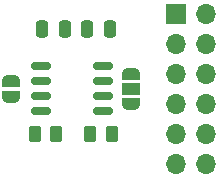
<source format=gbr>
%TF.GenerationSoftware,KiCad,Pcbnew,7.0.4*%
%TF.CreationDate,2023-05-26T13:22:52+02:00*%
%TF.ProjectId,RC_ST_868_PMOD,52435f53-545f-4383-9638-5f504d4f442e,rev?*%
%TF.SameCoordinates,Original*%
%TF.FileFunction,Soldermask,Bot*%
%TF.FilePolarity,Negative*%
%FSLAX46Y46*%
G04 Gerber Fmt 4.6, Leading zero omitted, Abs format (unit mm)*
G04 Created by KiCad (PCBNEW 7.0.4) date 2023-05-26 13:22:52*
%MOMM*%
%LPD*%
G01*
G04 APERTURE LIST*
G04 Aperture macros list*
%AMRoundRect*
0 Rectangle with rounded corners*
0 $1 Rounding radius*
0 $2 $3 $4 $5 $6 $7 $8 $9 X,Y pos of 4 corners*
0 Add a 4 corners polygon primitive as box body*
4,1,4,$2,$3,$4,$5,$6,$7,$8,$9,$2,$3,0*
0 Add four circle primitives for the rounded corners*
1,1,$1+$1,$2,$3*
1,1,$1+$1,$4,$5*
1,1,$1+$1,$6,$7*
1,1,$1+$1,$8,$9*
0 Add four rect primitives between the rounded corners*
20,1,$1+$1,$2,$3,$4,$5,0*
20,1,$1+$1,$4,$5,$6,$7,0*
20,1,$1+$1,$6,$7,$8,$9,0*
20,1,$1+$1,$8,$9,$2,$3,0*%
%AMFreePoly0*
4,1,19,0.550000,-0.750000,0.000000,-0.750000,0.000000,-0.744911,-0.071157,-0.744911,-0.207708,-0.704816,-0.327430,-0.627875,-0.420627,-0.520320,-0.479746,-0.390866,-0.500000,-0.250000,-0.500000,0.250000,-0.479746,0.390866,-0.420627,0.520320,-0.327430,0.627875,-0.207708,0.704816,-0.071157,0.744911,0.000000,0.744911,0.000000,0.750000,0.550000,0.750000,0.550000,-0.750000,0.550000,-0.750000,
$1*%
%AMFreePoly1*
4,1,19,0.000000,0.744911,0.071157,0.744911,0.207708,0.704816,0.327430,0.627875,0.420627,0.520320,0.479746,0.390866,0.500000,0.250000,0.500000,-0.250000,0.479746,-0.390866,0.420627,-0.520320,0.327430,-0.627875,0.207708,-0.704816,0.071157,-0.744911,0.000000,-0.744911,0.000000,-0.750000,-0.550000,-0.750000,-0.550000,0.750000,0.000000,0.750000,0.000000,0.744911,0.000000,0.744911,
$1*%
%AMFreePoly2*
4,1,19,0.500000,-0.750000,0.000000,-0.750000,0.000000,-0.744911,-0.071157,-0.744911,-0.207708,-0.704816,-0.327430,-0.627875,-0.420627,-0.520320,-0.479746,-0.390866,-0.500000,-0.250000,-0.500000,0.250000,-0.479746,0.390866,-0.420627,0.520320,-0.327430,0.627875,-0.207708,0.704816,-0.071157,0.744911,0.000000,0.744911,0.000000,0.750000,0.500000,0.750000,0.500000,-0.750000,0.500000,-0.750000,
$1*%
%AMFreePoly3*
4,1,19,0.000000,0.744911,0.071157,0.744911,0.207708,0.704816,0.327430,0.627875,0.420627,0.520320,0.479746,0.390866,0.500000,0.250000,0.500000,-0.250000,0.479746,-0.390866,0.420627,-0.520320,0.327430,-0.627875,0.207708,-0.704816,0.071157,-0.744911,0.000000,-0.744911,0.000000,-0.750000,-0.500000,-0.750000,-0.500000,0.750000,0.000000,0.750000,0.000000,0.744911,0.000000,0.744911,
$1*%
G04 Aperture macros list end*
%ADD10R,1.700000X1.700000*%
%ADD11O,1.700000X1.700000*%
%ADD12RoundRect,0.250000X0.262500X0.450000X-0.262500X0.450000X-0.262500X-0.450000X0.262500X-0.450000X0*%
%ADD13RoundRect,0.250000X0.250000X0.475000X-0.250000X0.475000X-0.250000X-0.475000X0.250000X-0.475000X0*%
%ADD14FreePoly0,270.000000*%
%ADD15R,1.500000X1.000000*%
%ADD16FreePoly1,270.000000*%
%ADD17RoundRect,0.250000X-0.250000X-0.475000X0.250000X-0.475000X0.250000X0.475000X-0.250000X0.475000X0*%
%ADD18FreePoly2,90.000000*%
%ADD19FreePoly3,90.000000*%
%ADD20RoundRect,0.150000X-0.675000X-0.150000X0.675000X-0.150000X0.675000X0.150000X-0.675000X0.150000X0*%
G04 APERTURE END LIST*
D10*
%TO.C,J1*%
X149860000Y-43180000D03*
D11*
X152400000Y-43180000D03*
X149860000Y-45720000D03*
X152400000Y-45720000D03*
X149860000Y-48260000D03*
X152400000Y-48260000D03*
X149860000Y-50800000D03*
X152400000Y-50800000D03*
X149860000Y-53340000D03*
X152400000Y-53340000D03*
X149860000Y-55880000D03*
X152400000Y-55880000D03*
%TD*%
D12*
%TO.C,R2*%
X144422500Y-53340000D03*
X142597500Y-53340000D03*
%TD*%
D13*
%TO.C,C1*%
X140417500Y-44450000D03*
X138517500Y-44450000D03*
%TD*%
D14*
%TO.C,JP1*%
X146050000Y-48260000D03*
D15*
X146050000Y-49560000D03*
D16*
X146050000Y-50860000D03*
%TD*%
D12*
%TO.C,R1*%
X139700000Y-53340000D03*
X137875000Y-53340000D03*
%TD*%
D17*
%TO.C,C2*%
X142327500Y-44450000D03*
X144227500Y-44450000D03*
%TD*%
D18*
%TO.C,JP2*%
X135890000Y-50195000D03*
D19*
X135890000Y-48895000D03*
%TD*%
D20*
%TO.C,U2*%
X138430000Y-51435000D03*
X138430000Y-50165000D03*
X138430000Y-48895000D03*
X138430000Y-47625000D03*
X143680000Y-47625000D03*
X143680000Y-48895000D03*
X143680000Y-50165000D03*
X143680000Y-51435000D03*
%TD*%
M02*

</source>
